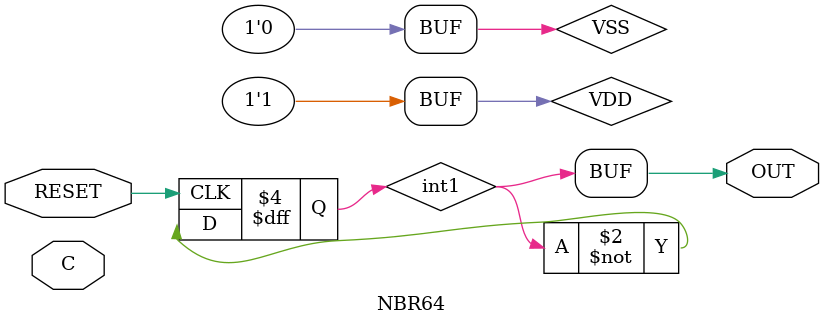
<source format=v>
module NBR64 
(
  input wire RESET,
  input wire [63:0] C,
  output wire OUT
  `ifdef USE_POWER_PINS
  ,
  inout VSS,
  inout VDD
  `endif
);
  supply1 VDD;
  supply0 VSS;
  // empty module
  // see lib file
  reg int1;

  initial begin
    int1 <= 0;
  end

  always @ (posedge RESET) begin
    int1 <= ~int1;
  end

  assign OUT = int1;
  
endmodule

</source>
